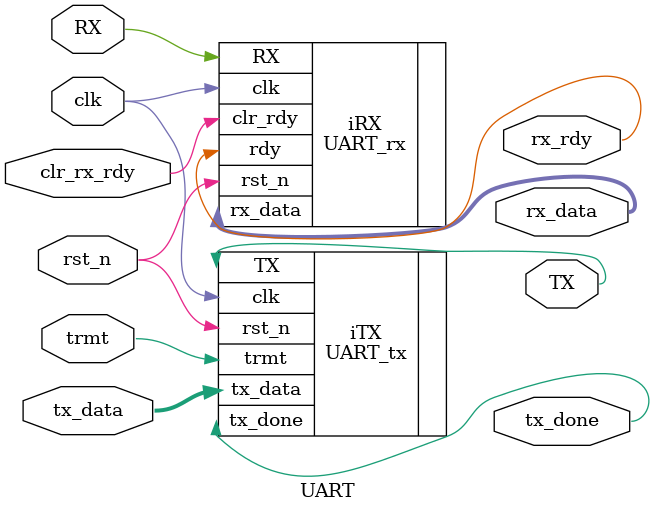
<source format=v>


module UART(clk,rst_n,RX,TX,rx_rdy,clr_rx_rdy,rx_data,trmt,tx_data,tx_done);

input clk,rst_n;		// clock and active low reset
input RX,trmt;		// strt_tx tells TX section to transmit tx_data
input clr_rx_rdy;		// rx_rdy can be cleared by this or new start bit
input [7:0] tx_data;		// byte to transmit
output TX,rx_rdy,tx_done;	// rx_rdy asserted when byte received,
							// tx_done asserted when tranmission complete
output [7:0] rx_data;		// byte received

//////////////////////////////
// Instantiate Transmitter //
////////////////////////////
UART_tx iTX(.clk(clk), .rst_n(rst_n), .TX(TX), .trmt(trmt),
        .tx_data(tx_data), .tx_done(tx_done));
		

///////////////////////////
// Instantiate Receiver //
/////////////////////////
UART_rx iRX(.clk(clk), .rst_n(rst_n), .RX(RX), .rdy(rx_rdy),
            .clr_rdy(clr_rx_rdy), .rx_data(rx_data));

endmodule

</source>
